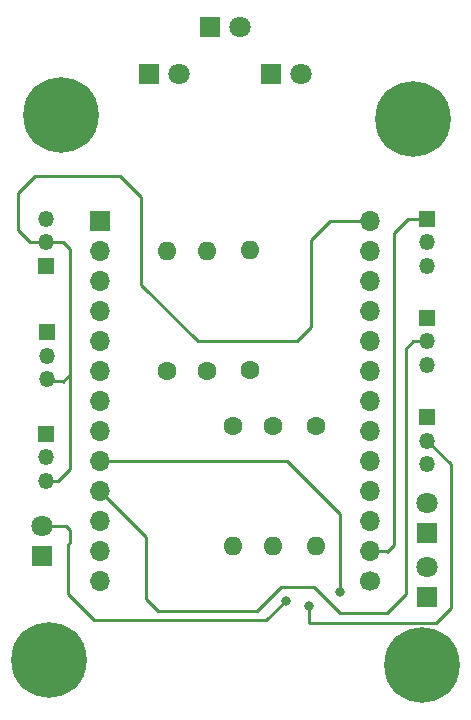
<source format=gbr>
%TF.GenerationSoftware,KiCad,Pcbnew,6.0.9-8da3e8f707~116~ubuntu20.04.1*%
%TF.CreationDate,2022-11-02T01:09:36+01:00*%
%TF.ProjectId,eleonora amianto 28bps,656c656f-6e6f-4726-9120-616d69616e74,rev?*%
%TF.SameCoordinates,Original*%
%TF.FileFunction,Copper,L2,Bot*%
%TF.FilePolarity,Positive*%
%FSLAX46Y46*%
G04 Gerber Fmt 4.6, Leading zero omitted, Abs format (unit mm)*
G04 Created by KiCad (PCBNEW 6.0.9-8da3e8f707~116~ubuntu20.04.1) date 2022-11-02 01:09:36*
%MOMM*%
%LPD*%
G01*
G04 APERTURE LIST*
%TA.AperFunction,ComponentPad*%
%ADD10R,1.800000X1.800000*%
%TD*%
%TA.AperFunction,ComponentPad*%
%ADD11C,1.800000*%
%TD*%
%TA.AperFunction,ComponentPad*%
%ADD12C,1.600000*%
%TD*%
%TA.AperFunction,ComponentPad*%
%ADD13O,1.600000X1.600000*%
%TD*%
%TA.AperFunction,ComponentPad*%
%ADD14C,6.400000*%
%TD*%
%TA.AperFunction,ComponentPad*%
%ADD15R,1.350000X1.350000*%
%TD*%
%TA.AperFunction,ComponentPad*%
%ADD16O,1.350000X1.350000*%
%TD*%
%TA.AperFunction,ComponentPad*%
%ADD17R,1.700000X1.700000*%
%TD*%
%TA.AperFunction,ComponentPad*%
%ADD18O,1.700000X1.700000*%
%TD*%
%TA.AperFunction,ComponentPad*%
%ADD19C,1.700000*%
%TD*%
%TA.AperFunction,ViaPad*%
%ADD20C,0.800000*%
%TD*%
%TA.AperFunction,Conductor*%
%ADD21C,0.250000*%
%TD*%
G04 APERTURE END LIST*
D10*
%TO.P,D2,1,K*%
%TO.N,GND*%
X103600000Y-84200000D03*
D11*
%TO.P,D2,2,A*%
%TO.N,Net-(D2-Pad2)*%
X106140000Y-84200000D03*
%TD*%
D10*
%TO.P,D3,1,K*%
%TO.N,GND*%
X98460000Y-88200000D03*
D11*
%TO.P,D3,2,A*%
%TO.N,Net-(D3-Pad2)*%
X101000000Y-88200000D03*
%TD*%
D10*
%TO.P,D1,1,K*%
%TO.N,GND*%
X108800000Y-88200000D03*
D11*
%TO.P,D1,2,A*%
%TO.N,Net-(D1-Pad2)*%
X111340000Y-88200000D03*
%TD*%
D12*
%TO.P,R1,1*%
%TO.N,Net-(R1-Pad1)*%
X107000000Y-113200000D03*
D13*
%TO.P,R1,2*%
%TO.N,Net-(D1-Pad2)*%
X107000000Y-103040000D03*
%TD*%
D12*
%TO.P,R3,1*%
%TO.N,Net-(R3-Pad1)*%
X100000000Y-113290000D03*
D13*
%TO.P,R3,2*%
%TO.N,Net-(D3-Pad2)*%
X100000000Y-103130000D03*
%TD*%
D12*
%TO.P,R4,1*%
%TO.N,Net-(R4-Pad1)*%
X105600000Y-118000000D03*
D13*
%TO.P,R4,2*%
%TO.N,Net-(D4-Pad2)*%
X105600000Y-128160000D03*
%TD*%
D12*
%TO.P,R5,1*%
%TO.N,Net-(R5-Pad1)*%
X109000000Y-118000000D03*
D13*
%TO.P,R5,2*%
%TO.N,Net-(D5-Pad2)*%
X109000000Y-128160000D03*
%TD*%
D12*
%TO.P,R6,1*%
%TO.N,Net-(R6-Pad1)*%
X112600000Y-118000000D03*
D13*
%TO.P,R6,2*%
%TO.N,Net-(D6-Pad2)*%
X112600000Y-128160000D03*
%TD*%
D12*
%TO.P,R2,1*%
%TO.N,Net-(R2-Pad1)*%
X103400000Y-113290000D03*
D13*
%TO.P,R2,2*%
%TO.N,Net-(D2-Pad2)*%
X103400000Y-103130000D03*
%TD*%
D10*
%TO.P,D5,1,K*%
%TO.N,unconnected-(D5-Pad1)*%
X122000000Y-132400000D03*
D11*
%TO.P,D5,2,A*%
%TO.N,Net-(D5-Pad2)*%
X122000000Y-129860000D03*
%TD*%
D10*
%TO.P,D6,1,K*%
%TO.N,unconnected-(D6-Pad1)*%
X89400000Y-129000000D03*
D11*
%TO.P,D6,2,A*%
%TO.N,Net-(D6-Pad2)*%
X89400000Y-126460000D03*
%TD*%
D14*
%TO.P,REF\u002A\u002A,1*%
%TO.N,N/C*%
X90000000Y-137800000D03*
%TD*%
D15*
%TO.P,RV4,1,1*%
%TO.N,GND*%
X89750000Y-118600000D03*
D16*
%TO.P,RV4,2,2*%
%TO.N,Net-(RV4-Pad2)*%
X89750000Y-120600000D03*
%TO.P,RV4,3,3*%
%TO.N,VCC*%
X89750000Y-122600000D03*
%TD*%
D15*
%TO.P,M1,1,Pin_1*%
%TO.N,Net-(M1-Pad1)*%
X122000000Y-100400000D03*
D16*
%TO.P,M1,2,Pin_2*%
%TO.N,VCC*%
X122000000Y-102400000D03*
%TO.P,M1,3,Pin_3*%
%TO.N,GND*%
X122000000Y-104400000D03*
%TD*%
D15*
%TO.P,RV1,1,1*%
%TO.N,GND*%
X122000000Y-117200000D03*
D16*
%TO.P,RV1,2,2*%
%TO.N,Net-(RV1-Pad2)*%
X122000000Y-119200000D03*
%TO.P,RV1,3,3*%
%TO.N,VCC*%
X122000000Y-121200000D03*
%TD*%
D15*
%TO.P,HB1,1,Pin_1*%
%TO.N,GND*%
X89750000Y-104400000D03*
D16*
%TO.P,HB1,2,Pin_2*%
%TO.N,VCC*%
X89750000Y-102400000D03*
%TO.P,HB1,3,Pin_3*%
%TO.N,Net-(HB1-Pad3)*%
X89750000Y-100400000D03*
%TD*%
D14*
%TO.P,REF\u002A\u002A,1*%
%TO.N,N/C*%
X121600000Y-138200000D03*
%TD*%
D15*
%TO.P,RV3,1,1*%
%TO.N,GND*%
X89800000Y-110000000D03*
D16*
%TO.P,RV3,2,2*%
%TO.N,Net-(RV3-Pad2)*%
X89800000Y-112000000D03*
%TO.P,RV3,3,3*%
%TO.N,VCC*%
X89800000Y-114000000D03*
%TD*%
D14*
%TO.P,REF\u002A\u002A,1*%
%TO.N,N/C*%
X91000000Y-91600000D03*
%TD*%
D17*
%TO.P,U1,1,VP*%
%TO.N,Net-(HB1-Pad3)*%
X94340000Y-100635000D03*
D18*
%TO.P,U1,2,VN*%
%TO.N,unconnected-(U1-Pad2)*%
X94340000Y-103175000D03*
%TO.P,U1,3,EN*%
%TO.N,unconnected-(U1-Pad3)*%
X94340000Y-105715000D03*
%TO.P,U1,4,34*%
%TO.N,unconnected-(U1-Pad4)*%
X94340000Y-108255000D03*
%TO.P,U1,5,35*%
%TO.N,unconnected-(U1-Pad5)*%
X94340000Y-110795000D03*
%TO.P,U1,6,32*%
%TO.N,unconnected-(U1-Pad6)*%
X94340000Y-113335000D03*
%TO.P,U1,7,33*%
%TO.N,unconnected-(U1-Pad7)*%
X94340000Y-115875000D03*
%TO.P,U1,8,25*%
%TO.N,unconnected-(U1-Pad8)*%
X94340000Y-118415000D03*
%TO.P,U1,9,26*%
%TO.N,Net-(RV1-Pad2)*%
X94340000Y-120955000D03*
%TO.P,U1,10,27*%
%TO.N,Net-(RV2-Pad2)*%
X94340000Y-123495000D03*
%TO.P,U1,11,14*%
%TO.N,Net-(RV3-Pad2)*%
X94340000Y-126035000D03*
%TO.P,U1,12,12*%
%TO.N,Net-(RV4-Pad2)*%
X94340000Y-128575000D03*
%TO.P,U1,13,GND*%
%TO.N,GND*%
X94340000Y-131115000D03*
D19*
%TO.P,U1,14,13*%
%TO.N,unconnected-(U1-Pad14)*%
X117200000Y-131115000D03*
D18*
%TO.P,U1,15,15*%
%TO.N,Net-(M1-Pad1)*%
X117200000Y-128575000D03*
%TO.P,U1,16,2*%
%TO.N,unconnected-(U1-Pad16)*%
X117200000Y-126035000D03*
%TO.P,U1,17,0*%
%TO.N,unconnected-(U1-Pad17)*%
X117200000Y-123495000D03*
%TO.P,U1,18,4*%
%TO.N,unconnected-(U1-Pad18)*%
X117200000Y-120955000D03*
%TO.P,U1,19,16*%
%TO.N,unconnected-(U1-Pad19)*%
X117200000Y-118415000D03*
%TO.P,U1,20,17*%
%TO.N,Net-(R6-Pad1)*%
X117200000Y-115875000D03*
%TO.P,U1,21,5*%
%TO.N,Net-(R5-Pad1)*%
X117200000Y-113335000D03*
%TO.P,U1,22,18*%
%TO.N,Net-(R4-Pad1)*%
X117200000Y-110795000D03*
%TO.P,U1,23,23*%
%TO.N,Net-(R3-Pad1)*%
X117200000Y-108255000D03*
%TO.P,U1,24,19*%
%TO.N,Net-(R2-Pad1)*%
X117200000Y-105715000D03*
%TO.P,U1,25,22*%
%TO.N,Net-(R1-Pad1)*%
X117200000Y-103175000D03*
%TO.P,U1,26,3v3*%
%TO.N,VCC*%
X117200000Y-100635000D03*
%TD*%
D10*
%TO.P,D4,1,K*%
%TO.N,unconnected-(D4-Pad1)*%
X122000000Y-127000000D03*
D11*
%TO.P,D4,2,A*%
%TO.N,Net-(D4-Pad2)*%
X122000000Y-124460000D03*
%TD*%
D15*
%TO.P,RV2,1,1*%
%TO.N,GND*%
X122000000Y-108800000D03*
D16*
%TO.P,RV2,2,2*%
%TO.N,Net-(RV2-Pad2)*%
X122000000Y-110800000D03*
%TO.P,RV2,3,3*%
%TO.N,VCC*%
X122000000Y-112800000D03*
%TD*%
D14*
%TO.P,REF\u002A\u002A,1*%
%TO.N,N/C*%
X120800000Y-92000000D03*
%TD*%
D20*
%TO.N,Net-(RV1-Pad2)*%
X112000000Y-133200000D03*
X114600000Y-132000000D03*
%TO.N,Net-(D6-Pad2)*%
X110062500Y-132737500D03*
%TD*%
D21*
%TO.N,Net-(RV1-Pad2)*%
X112000000Y-133200000D02*
X112000000Y-134600000D01*
X110155000Y-120955000D02*
X114600000Y-125400000D01*
X114600000Y-125400000D02*
X114600000Y-132000000D01*
X122800000Y-134600000D02*
X124000000Y-133400000D01*
X112000000Y-134600000D02*
X122800000Y-134600000D01*
X94340000Y-120955000D02*
X110155000Y-120955000D01*
X124000000Y-121200000D02*
X122000000Y-119200000D01*
X124000000Y-133400000D02*
X124000000Y-121200000D01*
%TO.N,Net-(RV2-Pad2)*%
X98200000Y-132600000D02*
X99200000Y-133600000D01*
X94340000Y-123495000D02*
X98200000Y-127355000D01*
X98200000Y-127355000D02*
X98200000Y-132600000D01*
X118600000Y-133800000D02*
X120200000Y-132200000D01*
X120200000Y-111400000D02*
X120800000Y-110800000D01*
X120800000Y-110800000D02*
X122000000Y-110800000D01*
X109600000Y-131600000D02*
X112400000Y-131600000D01*
X114600000Y-133800000D02*
X118600000Y-133800000D01*
X99200000Y-133600000D02*
X107600000Y-133600000D01*
X107600000Y-133600000D02*
X109600000Y-131600000D01*
X112400000Y-131600000D02*
X114600000Y-133800000D01*
X120200000Y-132200000D02*
X120200000Y-111400000D01*
%TO.N,Net-(M1-Pad1)*%
X122000000Y-100400000D02*
X120400000Y-100400000D01*
X120400000Y-100400000D02*
X119200000Y-101600000D01*
X118600000Y-128600000D02*
X118575000Y-128575000D01*
X119200000Y-128000000D02*
X118600000Y-128600000D01*
X119200000Y-101600000D02*
X119200000Y-128000000D01*
X118575000Y-128575000D02*
X117200000Y-128575000D01*
%TO.N,VCC*%
X111000000Y-110800000D02*
X102600000Y-110800000D01*
X88400000Y-102400000D02*
X89750000Y-102400000D01*
X97800000Y-106000000D02*
X97800000Y-98600000D01*
X91150000Y-114150000D02*
X89750000Y-114150000D01*
X112200000Y-109600000D02*
X111000000Y-110800000D01*
X97800000Y-98600000D02*
X96000000Y-96800000D01*
X87400000Y-98200000D02*
X87400000Y-101400000D01*
X102600000Y-110800000D02*
X97800000Y-106000000D01*
X91800000Y-113600000D02*
X91200000Y-114200000D01*
X90750000Y-122650000D02*
X89750000Y-122650000D01*
X89750000Y-102400000D02*
X91200000Y-102400000D01*
X117200000Y-100635000D02*
X113765000Y-100635000D01*
X91800000Y-121600000D02*
X90750000Y-122650000D01*
X88800000Y-96800000D02*
X87400000Y-98200000D01*
X91800000Y-113600000D02*
X91800000Y-121600000D01*
X91200000Y-102400000D02*
X91800000Y-103000000D01*
X113765000Y-100635000D02*
X112200000Y-102200000D01*
X96000000Y-96800000D02*
X88800000Y-96800000D01*
X91200000Y-114200000D02*
X91150000Y-114150000D01*
X87400000Y-101400000D02*
X88400000Y-102400000D01*
X112200000Y-102200000D02*
X112200000Y-109600000D01*
X91800000Y-103000000D02*
X91800000Y-113600000D01*
%TO.N,Net-(D6-Pad2)*%
X91800000Y-127800000D02*
X91800000Y-126800000D01*
X91800000Y-126800000D02*
X91400000Y-126400000D01*
X91400000Y-126400000D02*
X91340000Y-126460000D01*
X91340000Y-126460000D02*
X89400000Y-126460000D01*
X91600000Y-128000000D02*
X91800000Y-127800000D01*
X93800000Y-134400000D02*
X91600000Y-132200000D01*
X110062500Y-132737500D02*
X108400000Y-134400000D01*
X108400000Y-134400000D02*
X93800000Y-134400000D01*
X91600000Y-132200000D02*
X91600000Y-128000000D01*
%TD*%
M02*

</source>
